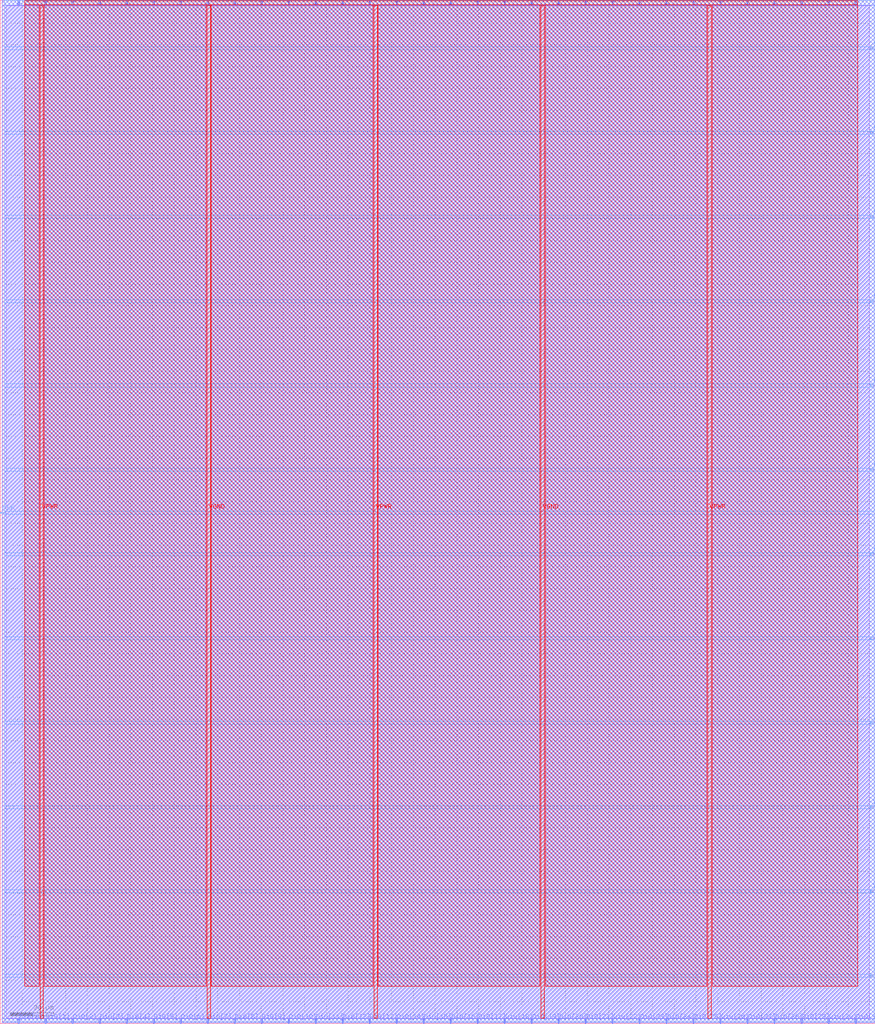
<source format=lef>
VERSION 5.7 ;
  NOWIREEXTENSIONATPIN ON ;
  DIVIDERCHAR "/" ;
  BUSBITCHARS "[]" ;
MACRO RAM128
  CLASS BLOCK ;
  FOREIGN RAM128 ;
  ORIGIN 0.000 0.000 ;
  SIZE 402.500 BY 470.560 ;
  PIN A0[0]
    DIRECTION INPUT ;
    USE SIGNAL ;
    PORT
      LAYER met3 ;
        RECT 400.500 215.600 402.500 216.200 ;
    END
  END A0[0]
  PIN A0[1]
    DIRECTION INPUT ;
    USE SIGNAL ;
    PORT
      LAYER met3 ;
        RECT 400.500 254.360 402.500 254.960 ;
    END
  END A0[1]
  PIN A0[2]
    DIRECTION INPUT ;
    USE SIGNAL ;
    PORT
      LAYER met3 ;
        RECT 400.500 293.120 402.500 293.720 ;
    END
  END A0[2]
  PIN A0[3]
    DIRECTION INPUT ;
    USE SIGNAL ;
    PORT
      LAYER met3 ;
        RECT 400.500 331.880 402.500 332.480 ;
    END
  END A0[3]
  PIN A0[4]
    DIRECTION INPUT ;
    USE SIGNAL ;
    PORT
      LAYER met3 ;
        RECT 400.500 370.640 402.500 371.240 ;
    END
  END A0[4]
  PIN A0[5]
    DIRECTION INPUT ;
    USE SIGNAL ;
    PORT
      LAYER met3 ;
        RECT 400.500 409.400 402.500 410.000 ;
    END
  END A0[5]
  PIN A0[6]
    DIRECTION INPUT ;
    USE SIGNAL ;
    PORT
      LAYER met3 ;
        RECT 400.500 448.160 402.500 448.760 ;
    END
  END A0[6]
  PIN CLK
    DIRECTION INPUT ;
    USE SIGNAL ;
    PORT
      LAYER met3 ;
        RECT 0.000 234.640 2.000 235.240 ;
    END
  END CLK
  PIN Di0[0]
    DIRECTION INPUT ;
    USE SIGNAL ;
    PORT
      LAYER met2 ;
        RECT 8.370 0.000 8.650 2.000 ;
    END
  END Di0[0]
  PIN Di0[10]
    DIRECTION INPUT ;
    USE SIGNAL ;
    PORT
      LAYER met2 ;
        RECT 132.570 0.000 132.850 2.000 ;
    END
  END Di0[10]
  PIN Di0[11]
    DIRECTION INPUT ;
    USE SIGNAL ;
    PORT
      LAYER met2 ;
        RECT 144.990 0.000 145.270 2.000 ;
    END
  END Di0[11]
  PIN Di0[12]
    DIRECTION INPUT ;
    USE SIGNAL ;
    PORT
      LAYER met2 ;
        RECT 157.410 0.000 157.690 2.000 ;
    END
  END Di0[12]
  PIN Di0[13]
    DIRECTION INPUT ;
    USE SIGNAL ;
    PORT
      LAYER met2 ;
        RECT 169.830 0.000 170.110 2.000 ;
    END
  END Di0[13]
  PIN Di0[14]
    DIRECTION INPUT ;
    USE SIGNAL ;
    PORT
      LAYER met2 ;
        RECT 182.250 0.000 182.530 2.000 ;
    END
  END Di0[14]
  PIN Di0[15]
    DIRECTION INPUT ;
    USE SIGNAL ;
    PORT
      LAYER met2 ;
        RECT 194.670 0.000 194.950 2.000 ;
    END
  END Di0[15]
  PIN Di0[16]
    DIRECTION INPUT ;
    USE SIGNAL ;
    PORT
      LAYER met2 ;
        RECT 207.090 0.000 207.370 2.000 ;
    END
  END Di0[16]
  PIN Di0[17]
    DIRECTION INPUT ;
    USE SIGNAL ;
    PORT
      LAYER met2 ;
        RECT 219.510 0.000 219.790 2.000 ;
    END
  END Di0[17]
  PIN Di0[18]
    DIRECTION INPUT ;
    USE SIGNAL ;
    PORT
      LAYER met2 ;
        RECT 231.930 0.000 232.210 2.000 ;
    END
  END Di0[18]
  PIN Di0[19]
    DIRECTION INPUT ;
    USE SIGNAL ;
    PORT
      LAYER met2 ;
        RECT 244.350 0.000 244.630 2.000 ;
    END
  END Di0[19]
  PIN Di0[1]
    DIRECTION INPUT ;
    USE SIGNAL ;
    PORT
      LAYER met2 ;
        RECT 20.790 0.000 21.070 2.000 ;
    END
  END Di0[1]
  PIN Di0[20]
    DIRECTION INPUT ;
    USE SIGNAL ;
    PORT
      LAYER met2 ;
        RECT 256.770 0.000 257.050 2.000 ;
    END
  END Di0[20]
  PIN Di0[21]
    DIRECTION INPUT ;
    USE SIGNAL ;
    PORT
      LAYER met2 ;
        RECT 269.190 0.000 269.470 2.000 ;
    END
  END Di0[21]
  PIN Di0[22]
    DIRECTION INPUT ;
    USE SIGNAL ;
    PORT
      LAYER met2 ;
        RECT 281.610 0.000 281.890 2.000 ;
    END
  END Di0[22]
  PIN Di0[23]
    DIRECTION INPUT ;
    USE SIGNAL ;
    PORT
      LAYER met2 ;
        RECT 294.030 0.000 294.310 2.000 ;
    END
  END Di0[23]
  PIN Di0[24]
    DIRECTION INPUT ;
    USE SIGNAL ;
    PORT
      LAYER met2 ;
        RECT 306.450 0.000 306.730 2.000 ;
    END
  END Di0[24]
  PIN Di0[25]
    DIRECTION INPUT ;
    USE SIGNAL ;
    PORT
      LAYER met2 ;
        RECT 318.870 0.000 319.150 2.000 ;
    END
  END Di0[25]
  PIN Di0[26]
    DIRECTION INPUT ;
    USE SIGNAL ;
    PORT
      LAYER met2 ;
        RECT 331.290 0.000 331.570 2.000 ;
    END
  END Di0[26]
  PIN Di0[27]
    DIRECTION INPUT ;
    USE SIGNAL ;
    PORT
      LAYER met2 ;
        RECT 343.710 0.000 343.990 2.000 ;
    END
  END Di0[27]
  PIN Di0[28]
    DIRECTION INPUT ;
    USE SIGNAL ;
    PORT
      LAYER met2 ;
        RECT 356.130 0.000 356.410 2.000 ;
    END
  END Di0[28]
  PIN Di0[29]
    DIRECTION INPUT ;
    USE SIGNAL ;
    PORT
      LAYER met2 ;
        RECT 368.550 0.000 368.830 2.000 ;
    END
  END Di0[29]
  PIN Di0[2]
    DIRECTION INPUT ;
    USE SIGNAL ;
    PORT
      LAYER met2 ;
        RECT 33.210 0.000 33.490 2.000 ;
    END
  END Di0[2]
  PIN Di0[30]
    DIRECTION INPUT ;
    USE SIGNAL ;
    PORT
      LAYER met2 ;
        RECT 380.970 0.000 381.250 2.000 ;
    END
  END Di0[30]
  PIN Di0[31]
    DIRECTION INPUT ;
    USE SIGNAL ;
    PORT
      LAYER met2 ;
        RECT 393.390 0.000 393.670 2.000 ;
    END
  END Di0[31]
  PIN Di0[3]
    DIRECTION INPUT ;
    USE SIGNAL ;
    PORT
      LAYER met2 ;
        RECT 45.630 0.000 45.910 2.000 ;
    END
  END Di0[3]
  PIN Di0[4]
    DIRECTION INPUT ;
    USE SIGNAL ;
    PORT
      LAYER met2 ;
        RECT 58.050 0.000 58.330 2.000 ;
    END
  END Di0[4]
  PIN Di0[5]
    DIRECTION INPUT ;
    USE SIGNAL ;
    PORT
      LAYER met2 ;
        RECT 70.470 0.000 70.750 2.000 ;
    END
  END Di0[5]
  PIN Di0[6]
    DIRECTION INPUT ;
    USE SIGNAL ;
    PORT
      LAYER met2 ;
        RECT 82.890 0.000 83.170 2.000 ;
    END
  END Di0[6]
  PIN Di0[7]
    DIRECTION INPUT ;
    USE SIGNAL ;
    PORT
      LAYER met2 ;
        RECT 95.310 0.000 95.590 2.000 ;
    END
  END Di0[7]
  PIN Di0[8]
    DIRECTION INPUT ;
    USE SIGNAL ;
    PORT
      LAYER met2 ;
        RECT 107.730 0.000 108.010 2.000 ;
    END
  END Di0[8]
  PIN Di0[9]
    DIRECTION INPUT ;
    USE SIGNAL ;
    PORT
      LAYER met2 ;
        RECT 120.150 0.000 120.430 2.000 ;
    END
  END Di0[9]
  PIN Do0[0]
    DIRECTION OUTPUT TRISTATE ;
    USE SIGNAL ;
    PORT
      LAYER met2 ;
        RECT 8.370 468.560 8.650 470.560 ;
    END
  END Do0[0]
  PIN Do0[10]
    DIRECTION OUTPUT TRISTATE ;
    USE SIGNAL ;
    PORT
      LAYER met2 ;
        RECT 132.570 468.560 132.850 470.560 ;
    END
  END Do0[10]
  PIN Do0[11]
    DIRECTION OUTPUT TRISTATE ;
    USE SIGNAL ;
    PORT
      LAYER met2 ;
        RECT 144.990 468.560 145.270 470.560 ;
    END
  END Do0[11]
  PIN Do0[12]
    DIRECTION OUTPUT TRISTATE ;
    USE SIGNAL ;
    PORT
      LAYER met2 ;
        RECT 157.410 468.560 157.690 470.560 ;
    END
  END Do0[12]
  PIN Do0[13]
    DIRECTION OUTPUT TRISTATE ;
    USE SIGNAL ;
    PORT
      LAYER met2 ;
        RECT 169.830 468.560 170.110 470.560 ;
    END
  END Do0[13]
  PIN Do0[14]
    DIRECTION OUTPUT TRISTATE ;
    USE SIGNAL ;
    PORT
      LAYER met2 ;
        RECT 182.250 468.560 182.530 470.560 ;
    END
  END Do0[14]
  PIN Do0[15]
    DIRECTION OUTPUT TRISTATE ;
    USE SIGNAL ;
    PORT
      LAYER met2 ;
        RECT 194.670 468.560 194.950 470.560 ;
    END
  END Do0[15]
  PIN Do0[16]
    DIRECTION OUTPUT TRISTATE ;
    USE SIGNAL ;
    PORT
      LAYER met2 ;
        RECT 207.090 468.560 207.370 470.560 ;
    END
  END Do0[16]
  PIN Do0[17]
    DIRECTION OUTPUT TRISTATE ;
    USE SIGNAL ;
    PORT
      LAYER met2 ;
        RECT 219.510 468.560 219.790 470.560 ;
    END
  END Do0[17]
  PIN Do0[18]
    DIRECTION OUTPUT TRISTATE ;
    USE SIGNAL ;
    PORT
      LAYER met2 ;
        RECT 231.930 468.560 232.210 470.560 ;
    END
  END Do0[18]
  PIN Do0[19]
    DIRECTION OUTPUT TRISTATE ;
    USE SIGNAL ;
    PORT
      LAYER met2 ;
        RECT 244.350 468.560 244.630 470.560 ;
    END
  END Do0[19]
  PIN Do0[1]
    DIRECTION OUTPUT TRISTATE ;
    USE SIGNAL ;
    PORT
      LAYER met2 ;
        RECT 20.790 468.560 21.070 470.560 ;
    END
  END Do0[1]
  PIN Do0[20]
    DIRECTION OUTPUT TRISTATE ;
    USE SIGNAL ;
    PORT
      LAYER met2 ;
        RECT 256.770 468.560 257.050 470.560 ;
    END
  END Do0[20]
  PIN Do0[21]
    DIRECTION OUTPUT TRISTATE ;
    USE SIGNAL ;
    PORT
      LAYER met2 ;
        RECT 269.190 468.560 269.470 470.560 ;
    END
  END Do0[21]
  PIN Do0[22]
    DIRECTION OUTPUT TRISTATE ;
    USE SIGNAL ;
    PORT
      LAYER met2 ;
        RECT 281.610 468.560 281.890 470.560 ;
    END
  END Do0[22]
  PIN Do0[23]
    DIRECTION OUTPUT TRISTATE ;
    USE SIGNAL ;
    PORT
      LAYER met2 ;
        RECT 294.030 468.560 294.310 470.560 ;
    END
  END Do0[23]
  PIN Do0[24]
    DIRECTION OUTPUT TRISTATE ;
    USE SIGNAL ;
    PORT
      LAYER met2 ;
        RECT 306.450 468.560 306.730 470.560 ;
    END
  END Do0[24]
  PIN Do0[25]
    DIRECTION OUTPUT TRISTATE ;
    USE SIGNAL ;
    PORT
      LAYER met2 ;
        RECT 318.870 468.560 319.150 470.560 ;
    END
  END Do0[25]
  PIN Do0[26]
    DIRECTION OUTPUT TRISTATE ;
    USE SIGNAL ;
    PORT
      LAYER met2 ;
        RECT 331.290 468.560 331.570 470.560 ;
    END
  END Do0[26]
  PIN Do0[27]
    DIRECTION OUTPUT TRISTATE ;
    USE SIGNAL ;
    PORT
      LAYER met2 ;
        RECT 343.710 468.560 343.990 470.560 ;
    END
  END Do0[27]
  PIN Do0[28]
    DIRECTION OUTPUT TRISTATE ;
    USE SIGNAL ;
    PORT
      LAYER met2 ;
        RECT 356.130 468.560 356.410 470.560 ;
    END
  END Do0[28]
  PIN Do0[29]
    DIRECTION OUTPUT TRISTATE ;
    USE SIGNAL ;
    PORT
      LAYER met2 ;
        RECT 368.550 468.560 368.830 470.560 ;
    END
  END Do0[29]
  PIN Do0[2]
    DIRECTION OUTPUT TRISTATE ;
    USE SIGNAL ;
    PORT
      LAYER met2 ;
        RECT 33.210 468.560 33.490 470.560 ;
    END
  END Do0[2]
  PIN Do0[30]
    DIRECTION OUTPUT TRISTATE ;
    USE SIGNAL ;
    PORT
      LAYER met2 ;
        RECT 380.970 468.560 381.250 470.560 ;
    END
  END Do0[30]
  PIN Do0[31]
    DIRECTION OUTPUT TRISTATE ;
    USE SIGNAL ;
    PORT
      LAYER met2 ;
        RECT 393.390 468.560 393.670 470.560 ;
    END
  END Do0[31]
  PIN Do0[3]
    DIRECTION OUTPUT TRISTATE ;
    USE SIGNAL ;
    PORT
      LAYER met2 ;
        RECT 45.630 468.560 45.910 470.560 ;
    END
  END Do0[3]
  PIN Do0[4]
    DIRECTION OUTPUT TRISTATE ;
    USE SIGNAL ;
    PORT
      LAYER met2 ;
        RECT 58.050 468.560 58.330 470.560 ;
    END
  END Do0[4]
  PIN Do0[5]
    DIRECTION OUTPUT TRISTATE ;
    USE SIGNAL ;
    PORT
      LAYER met2 ;
        RECT 70.470 468.560 70.750 470.560 ;
    END
  END Do0[5]
  PIN Do0[6]
    DIRECTION OUTPUT TRISTATE ;
    USE SIGNAL ;
    PORT
      LAYER met2 ;
        RECT 82.890 468.560 83.170 470.560 ;
    END
  END Do0[6]
  PIN Do0[7]
    DIRECTION OUTPUT TRISTATE ;
    USE SIGNAL ;
    PORT
      LAYER met2 ;
        RECT 95.310 468.560 95.590 470.560 ;
    END
  END Do0[7]
  PIN Do0[8]
    DIRECTION OUTPUT TRISTATE ;
    USE SIGNAL ;
    PORT
      LAYER met2 ;
        RECT 107.730 468.560 108.010 470.560 ;
    END
  END Do0[8]
  PIN Do0[9]
    DIRECTION OUTPUT TRISTATE ;
    USE SIGNAL ;
    PORT
      LAYER met2 ;
        RECT 120.150 468.560 120.430 470.560 ;
    END
  END Do0[9]
  PIN EN0
    DIRECTION INPUT ;
    USE SIGNAL ;
    PORT
      LAYER met3 ;
        RECT 400.500 21.800 402.500 22.400 ;
    END
  END EN0
  PIN VGND
    DIRECTION INOUT ;
    USE GROUND ;
    PORT
      LAYER met4 ;
        RECT 95.080 2.480 96.680 468.080 ;
    END
    PORT
      LAYER met4 ;
        RECT 248.680 2.480 250.280 468.080 ;
    END
  END VGND
  PIN VPWR
    DIRECTION INOUT ;
    USE POWER ;
    PORT
      LAYER met4 ;
        RECT 18.280 2.480 19.880 468.080 ;
    END
    PORT
      LAYER met4 ;
        RECT 171.880 2.480 173.480 468.080 ;
    END
    PORT
      LAYER met4 ;
        RECT 325.480 2.480 327.080 468.080 ;
    END
  END VPWR
  PIN WE0[0]
    DIRECTION INPUT ;
    USE SIGNAL ;
    PORT
      LAYER met3 ;
        RECT 400.500 60.560 402.500 61.160 ;
    END
  END WE0[0]
  PIN WE0[1]
    DIRECTION INPUT ;
    USE SIGNAL ;
    PORT
      LAYER met3 ;
        RECT 400.500 99.320 402.500 99.920 ;
    END
  END WE0[1]
  PIN WE0[2]
    DIRECTION INPUT ;
    USE SIGNAL ;
    PORT
      LAYER met3 ;
        RECT 400.500 138.080 402.500 138.680 ;
    END
  END WE0[2]
  PIN WE0[3]
    DIRECTION INPUT ;
    USE SIGNAL ;
    PORT
      LAYER met3 ;
        RECT 400.500 176.840 402.500 177.440 ;
    END
  END WE0[3]
  OBS
      LAYER li1 ;
        RECT 2.760 2.635 399.740 467.925 ;
      LAYER met1 ;
        RECT 0.990 0.380 402.430 470.520 ;
      LAYER met2 ;
        RECT 1.020 468.280 8.090 470.550 ;
        RECT 8.930 468.280 20.510 470.550 ;
        RECT 21.350 468.280 32.930 470.550 ;
        RECT 33.770 468.280 45.350 470.550 ;
        RECT 46.190 468.280 57.770 470.550 ;
        RECT 58.610 468.280 70.190 470.550 ;
        RECT 71.030 468.280 82.610 470.550 ;
        RECT 83.450 468.280 95.030 470.550 ;
        RECT 95.870 468.280 107.450 470.550 ;
        RECT 108.290 468.280 119.870 470.550 ;
        RECT 120.710 468.280 132.290 470.550 ;
        RECT 133.130 468.280 144.710 470.550 ;
        RECT 145.550 468.280 157.130 470.550 ;
        RECT 157.970 468.280 169.550 470.550 ;
        RECT 170.390 468.280 181.970 470.550 ;
        RECT 182.810 468.280 194.390 470.550 ;
        RECT 195.230 468.280 206.810 470.550 ;
        RECT 207.650 468.280 219.230 470.550 ;
        RECT 220.070 468.280 231.650 470.550 ;
        RECT 232.490 468.280 244.070 470.550 ;
        RECT 244.910 468.280 256.490 470.550 ;
        RECT 257.330 468.280 268.910 470.550 ;
        RECT 269.750 468.280 281.330 470.550 ;
        RECT 282.170 468.280 293.750 470.550 ;
        RECT 294.590 468.280 306.170 470.550 ;
        RECT 307.010 468.280 318.590 470.550 ;
        RECT 319.430 468.280 331.010 470.550 ;
        RECT 331.850 468.280 343.430 470.550 ;
        RECT 344.270 468.280 355.850 470.550 ;
        RECT 356.690 468.280 368.270 470.550 ;
        RECT 369.110 468.280 380.690 470.550 ;
        RECT 381.530 468.280 393.110 470.550 ;
        RECT 393.950 468.280 402.400 470.550 ;
        RECT 1.020 2.280 402.400 468.280 ;
        RECT 1.020 0.350 8.090 2.280 ;
        RECT 8.930 0.350 20.510 2.280 ;
        RECT 21.350 0.350 32.930 2.280 ;
        RECT 33.770 0.350 45.350 2.280 ;
        RECT 46.190 0.350 57.770 2.280 ;
        RECT 58.610 0.350 70.190 2.280 ;
        RECT 71.030 0.350 82.610 2.280 ;
        RECT 83.450 0.350 95.030 2.280 ;
        RECT 95.870 0.350 107.450 2.280 ;
        RECT 108.290 0.350 119.870 2.280 ;
        RECT 120.710 0.350 132.290 2.280 ;
        RECT 133.130 0.350 144.710 2.280 ;
        RECT 145.550 0.350 157.130 2.280 ;
        RECT 157.970 0.350 169.550 2.280 ;
        RECT 170.390 0.350 181.970 2.280 ;
        RECT 182.810 0.350 194.390 2.280 ;
        RECT 195.230 0.350 206.810 2.280 ;
        RECT 207.650 0.350 219.230 2.280 ;
        RECT 220.070 0.350 231.650 2.280 ;
        RECT 232.490 0.350 244.070 2.280 ;
        RECT 244.910 0.350 256.490 2.280 ;
        RECT 257.330 0.350 268.910 2.280 ;
        RECT 269.750 0.350 281.330 2.280 ;
        RECT 282.170 0.350 293.750 2.280 ;
        RECT 294.590 0.350 306.170 2.280 ;
        RECT 307.010 0.350 318.590 2.280 ;
        RECT 319.430 0.350 331.010 2.280 ;
        RECT 331.850 0.350 343.430 2.280 ;
        RECT 344.270 0.350 355.850 2.280 ;
        RECT 356.690 0.350 368.270 2.280 ;
        RECT 369.110 0.350 380.690 2.280 ;
        RECT 381.530 0.350 393.110 2.280 ;
        RECT 393.950 0.350 402.400 2.280 ;
      LAYER met3 ;
        RECT 2.000 449.160 401.975 470.540 ;
        RECT 2.000 447.760 400.100 449.160 ;
        RECT 2.000 410.400 401.975 447.760 ;
        RECT 2.000 409.000 400.100 410.400 ;
        RECT 2.000 371.640 401.975 409.000 ;
        RECT 2.000 370.240 400.100 371.640 ;
        RECT 2.000 332.880 401.975 370.240 ;
        RECT 2.000 331.480 400.100 332.880 ;
        RECT 2.000 294.120 401.975 331.480 ;
        RECT 2.000 292.720 400.100 294.120 ;
        RECT 2.000 255.360 401.975 292.720 ;
        RECT 2.000 253.960 400.100 255.360 ;
        RECT 2.000 235.640 401.975 253.960 ;
        RECT 2.400 234.240 401.975 235.640 ;
        RECT 2.000 216.600 401.975 234.240 ;
        RECT 2.000 215.200 400.100 216.600 ;
        RECT 2.000 177.840 401.975 215.200 ;
        RECT 2.000 176.440 400.100 177.840 ;
        RECT 2.000 139.080 401.975 176.440 ;
        RECT 2.000 137.680 400.100 139.080 ;
        RECT 2.000 100.320 401.975 137.680 ;
        RECT 2.000 98.920 400.100 100.320 ;
        RECT 2.000 61.560 401.975 98.920 ;
        RECT 2.000 60.160 400.100 61.560 ;
        RECT 2.000 22.800 401.975 60.160 ;
        RECT 2.000 21.400 400.100 22.800 ;
        RECT 2.000 0.855 401.975 21.400 ;
      LAYER met4 ;
        RECT 11.335 468.480 394.385 470.385 ;
        RECT 11.335 17.175 17.880 468.480 ;
        RECT 20.280 17.175 94.680 468.480 ;
        RECT 97.080 17.175 171.480 468.480 ;
        RECT 173.880 17.175 248.280 468.480 ;
        RECT 250.680 17.175 325.080 468.480 ;
        RECT 327.480 17.175 394.385 468.480 ;
  END
END RAM128
END LIBRARY


</source>
